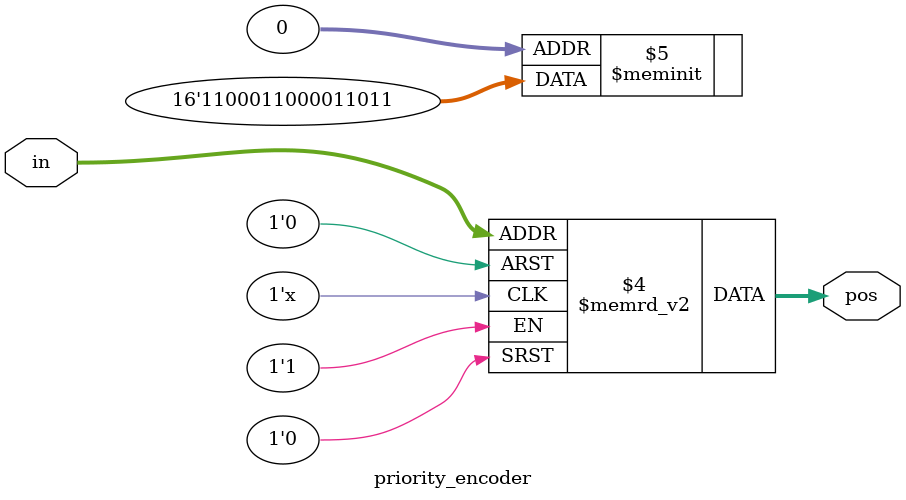
<source format=v>
module priority_encoder( 
input [2:0] in,
output reg [1:0] pos ); 
// When sel=1, assign b to out
always @(in or pos) begin
case(in)
3'b000: begin pos = 2'b11; end
3'b001: begin pos = 2'b10; end
3'b010: begin pos = 2'b01; end
3'b011: begin pos = 2'b00; end
3'b100: begin pos = 2'b10; end
3'b101: begin pos = 2'b01; end
3'b110: begin pos = 2'b00; end
3'b111: begin pos = 2'b11; end
default begin pos = 2'b00; end
endcase
end
endmodule

</source>
